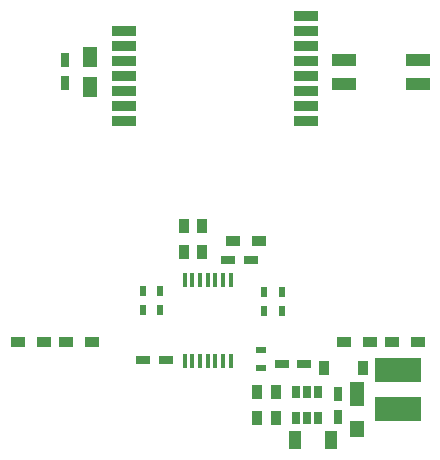
<source format=gtp>
%TF.GenerationSoftware,KiCad,Pcbnew,no-vcs-found-47f37ef~60~ubuntu16.04.1*%
%TF.CreationDate,2017-10-11T16:27:54+03:00*%
%TF.ProjectId,livolo_2_channels_1way_eu_switch,6C69766F6C6F5F325F6368616E6E656C,rev?*%
%TF.SameCoordinates,Original*%
%TF.FileFunction,Paste,Top*%
%TF.FilePolarity,Positive*%
%FSLAX46Y46*%
G04 Gerber Fmt 4.6, Leading zero omitted, Abs format (unit mm)*
G04 Created by KiCad (PCBNEW no-vcs-found-47f37ef~60~ubuntu16.04.1) date Wed Oct 11 16:27:54 2017*
%MOMM*%
%LPD*%
G01*
G04 APERTURE LIST*
%ADD10R,2.000000X0.812800*%
%ADD11R,0.500000X0.900000*%
%ADD12R,2.000000X1.000000*%
%ADD13R,4.000000X2.000000*%
%ADD14R,1.200000X2.000000*%
%ADD15R,1.200000X1.400000*%
%ADD16R,0.900000X1.200000*%
%ADD17R,0.650000X1.060000*%
%ADD18R,1.200000X0.750000*%
%ADD19R,0.750000X1.200000*%
%ADD20R,1.200000X0.900000*%
%ADD21R,0.900000X0.500000*%
%ADD22R,1.260000X1.750000*%
%ADD23R,1.000000X1.600000*%
%ADD24R,0.400000X1.200000*%
G04 APERTURE END LIST*
D10*
X134500000Y-84710000D03*
X149946000Y-84710000D03*
X134500000Y-83440000D03*
X149946000Y-83440000D03*
X134500000Y-82170000D03*
X149946000Y-82170000D03*
X134500000Y-80900000D03*
X149946000Y-80900000D03*
X134500000Y-79630000D03*
X149946000Y-79630000D03*
X134500000Y-78360000D03*
X149946000Y-78360000D03*
X134500000Y-77090000D03*
X149946000Y-77090000D03*
X149946000Y-75820000D03*
D11*
X146350000Y-100800000D03*
X147850000Y-100800000D03*
X146350000Y-99200000D03*
X147850000Y-99200000D03*
X136100000Y-100700000D03*
X137600000Y-100700000D03*
X136100000Y-99100000D03*
X137600000Y-99100000D03*
D12*
X159400000Y-81600000D03*
X153150000Y-81600000D03*
X159400000Y-79600000D03*
X153150000Y-79600000D03*
D13*
X157700000Y-105850000D03*
X157700000Y-109100000D03*
D14*
X154200000Y-107800000D03*
D15*
X154200000Y-110800000D03*
D16*
X145800000Y-107700000D03*
X145800000Y-109900000D03*
D17*
X150000000Y-109900000D03*
X150950000Y-109900000D03*
X149050000Y-109900000D03*
X149050000Y-107700000D03*
X150000000Y-107700000D03*
X150950000Y-107700000D03*
D18*
X147850000Y-105300000D03*
X149750000Y-105300000D03*
D19*
X152600000Y-109750000D03*
X152600000Y-107850000D03*
D16*
X154750000Y-105600000D03*
X151450000Y-105600000D03*
X147400000Y-109900000D03*
X147400000Y-107700000D03*
D20*
X155300000Y-103400000D03*
X153100000Y-103400000D03*
X157200000Y-103400000D03*
X159400000Y-103400000D03*
X129600000Y-103400000D03*
X131800000Y-103400000D03*
X127700000Y-103400000D03*
X125500000Y-103400000D03*
D21*
X146100000Y-104150000D03*
X146100000Y-105650000D03*
D22*
X131600000Y-81875000D03*
X131600000Y-79325000D03*
D19*
X129500000Y-79600000D03*
X129500000Y-81500000D03*
D23*
X152000000Y-111700000D03*
X149000000Y-111700000D03*
D18*
X136150000Y-105000000D03*
X138050000Y-105000000D03*
X145250000Y-96500000D03*
X143350000Y-96500000D03*
D16*
X139600000Y-93600000D03*
X139600000Y-95800000D03*
D20*
X145900000Y-94900000D03*
X143700000Y-94900000D03*
D16*
X141100000Y-95800000D03*
X141100000Y-93600000D03*
D24*
X139650000Y-98150000D03*
X140300000Y-98150000D03*
X140950000Y-98150000D03*
X141600000Y-98150000D03*
X142250000Y-98150000D03*
X142900000Y-98150000D03*
X143550000Y-98150000D03*
X143550000Y-105050000D03*
X142900000Y-105050000D03*
X142250000Y-105050000D03*
X141600000Y-105050000D03*
X140950000Y-105050000D03*
X140300000Y-105050000D03*
X139650000Y-105050000D03*
M02*

</source>
